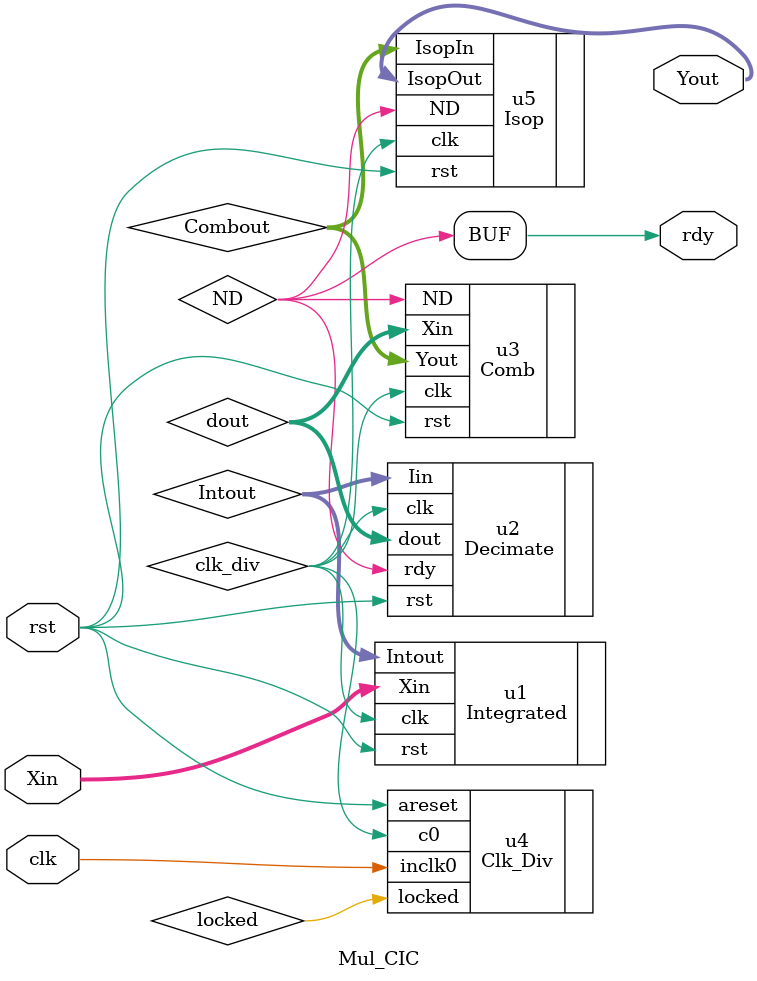
<source format=v>
/*
	2023.12.11 东南大学
作者：		张启元
文件名：	Mul_CIC.v
所属项目:	Bit流抽取滤波器设计
顶层模块：	Mul_CIC
模块名称及其描述:	
	Mul_CIC模块：
		顶层例化模块，将积分器、抽取器、梳状器、PLL分频IP核、ISOP补偿器例化
修改纪录：
	231211 修改
*/

module Mul_CIC(
	rst,clk,Xin,
	Yout,rdy
);

input	rst;			//复位信号，高电平有效
input	clk;			//FPGA系统时钟，频率为50MHz
input	[1:0]	Xin;	//数据输入频率为512kHz
output	[46:0]	Yout;	//滤波后的输出数据
output 			rdy;	//数据有效指示信号

wire clk_div;				//PLL分频IP核分频输出：512KHz
wire locked;				//PLL分频IP核稳定输出标志
wire ND;					//抽取一次完成标志
wire signed [43:0] Intout;	//积分器输出
wire signed [43:0] Combout;	//梳状器输出
wire signed [43:0] dout;	//抽取输出
//wire signed [36:0] yt;

//积分器例化
Integrated u1(
	.rst(rst),
	.clk(clk_div),
	.Xin(Xin),
	.Intout(Intout)
);
//抽取例化
Decimate u2(
	.rst(rst),
	.clk(clk_div),
	.Iin(Intout),
	.dout(dout),
	.rdy(ND)
);
//梳状器例化
Comb u3(
	.rst(rst),
	.clk(clk_div),
	.ND(ND),
	.Xin(dout),
	.Yout(Combout)
);
//分频器例化:将实际输入50MHz分频为512KHz
Clk_Div u4(
	.areset(rst),
	.inclk0(clk),
	.c0(clk_div),
	.locked(locked)
);
//补偿器例化
Isop u5(
	.rst(rst),
	.clk(clk_div),
	.ND(ND),
	.IsopIn(Combout),
	.IsopOut(Yout)
);

assign rdy = ND;

endmodule




</source>
